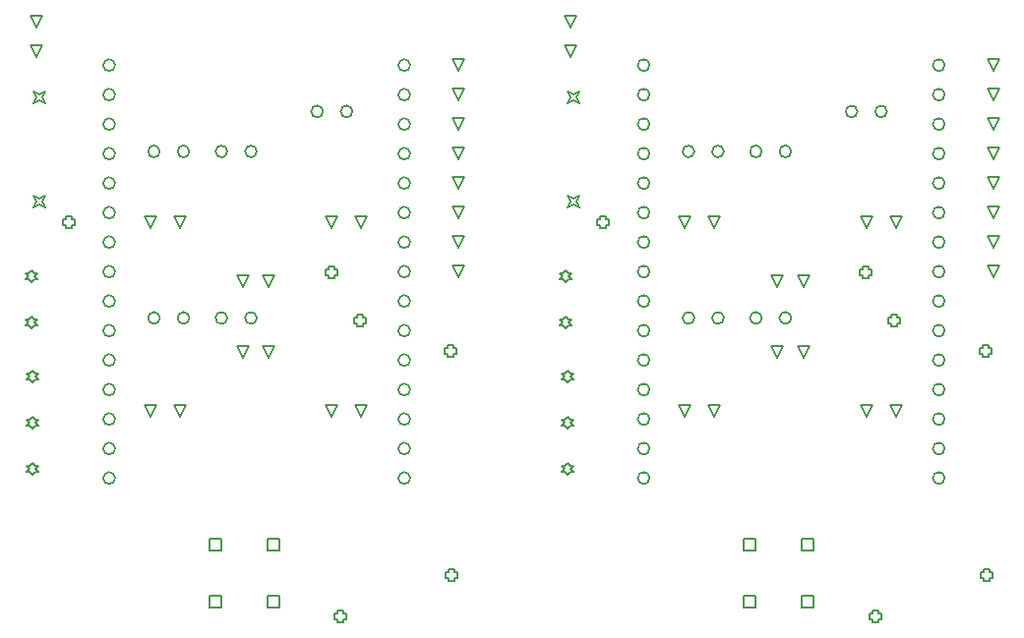
<source format=gbr>
G04*
G04 #@! TF.GenerationSoftware,Altium Limited,Altium Designer,25.4.2 (15)*
G04*
G04 Layer_Color=2752767*
%FSLAX44Y44*%
%MOMM*%
G71*
G04*
G04 #@! TF.SameCoordinates,9E434B86-177F-4C43-98DC-E9B8BA562479*
G04*
G04*
G04 #@! TF.FilePolarity,Positive*
G04*
G01*
G75*
%ADD52C,0.1693*%
%ADD53C,0.1270*%
D52*
X1755548Y702226D02*
G03*
X1755548Y702226I-5080J0D01*
G01*
X1730148D02*
G03*
X1730148Y702226I-5080J0D01*
G01*
X1697498D02*
G03*
X1697498Y702226I-5080J0D01*
G01*
X1672098D02*
G03*
X1672098Y702226I-5080J0D01*
G01*
X1755548Y558826D02*
G03*
X1755548Y558826I-5080J0D01*
G01*
X1730148D02*
G03*
X1730148Y558826I-5080J0D01*
G01*
X1697498D02*
G03*
X1697498Y558826I-5080J0D01*
G01*
X1672098D02*
G03*
X1672098Y558826I-5080J0D01*
G01*
X1837898Y736626D02*
G03*
X1837898Y736626I-5080J0D01*
G01*
X1812498D02*
G03*
X1812498Y736626I-5080J0D01*
G01*
X1633548Y420926D02*
G03*
X1633548Y420926I-5080J0D01*
G01*
Y446326D02*
G03*
X1633548Y446326I-5080J0D01*
G01*
Y471726D02*
G03*
X1633548Y471726I-5080J0D01*
G01*
Y522526D02*
G03*
X1633548Y522526I-5080J0D01*
G01*
Y547926D02*
G03*
X1633548Y547926I-5080J0D01*
G01*
Y573326D02*
G03*
X1633548Y573326I-5080J0D01*
G01*
Y598726D02*
G03*
X1633548Y598726I-5080J0D01*
G01*
Y624126D02*
G03*
X1633548Y624126I-5080J0D01*
G01*
Y649526D02*
G03*
X1633548Y649526I-5080J0D01*
G01*
Y674926D02*
G03*
X1633548Y674926I-5080J0D01*
G01*
Y700326D02*
G03*
X1633548Y700326I-5080J0D01*
G01*
Y725726D02*
G03*
X1633548Y725726I-5080J0D01*
G01*
Y751126D02*
G03*
X1633548Y751126I-5080J0D01*
G01*
Y776526D02*
G03*
X1633548Y776526I-5080J0D01*
G01*
Y497126D02*
G03*
X1633548Y497126I-5080J0D01*
G01*
X1887548Y446326D02*
G03*
X1887548Y446326I-5080J0D01*
G01*
Y420926D02*
G03*
X1887548Y420926I-5080J0D01*
G01*
Y471726D02*
G03*
X1887548Y471726I-5080J0D01*
G01*
Y497126D02*
G03*
X1887548Y497126I-5080J0D01*
G01*
Y522526D02*
G03*
X1887548Y522526I-5080J0D01*
G01*
Y547926D02*
G03*
X1887548Y547926I-5080J0D01*
G01*
Y573326D02*
G03*
X1887548Y573326I-5080J0D01*
G01*
Y598726D02*
G03*
X1887548Y598726I-5080J0D01*
G01*
Y624126D02*
G03*
X1887548Y624126I-5080J0D01*
G01*
Y649526D02*
G03*
X1887548Y649526I-5080J0D01*
G01*
Y674926D02*
G03*
X1887548Y674926I-5080J0D01*
G01*
Y700326D02*
G03*
X1887548Y700326I-5080J0D01*
G01*
Y725726D02*
G03*
X1887548Y725726I-5080J0D01*
G01*
Y751126D02*
G03*
X1887548Y751126I-5080J0D01*
G01*
Y776526D02*
G03*
X1887548Y776526I-5080J0D01*
G01*
X2215608Y702226D02*
G03*
X2215608Y702226I-5080J0D01*
G01*
X2190208D02*
G03*
X2190208Y702226I-5080J0D01*
G01*
X2157558D02*
G03*
X2157558Y702226I-5080J0D01*
G01*
X2132158D02*
G03*
X2132158Y702226I-5080J0D01*
G01*
X2215608Y558826D02*
G03*
X2215608Y558826I-5080J0D01*
G01*
X2190208D02*
G03*
X2190208Y558826I-5080J0D01*
G01*
X2157558D02*
G03*
X2157558Y558826I-5080J0D01*
G01*
X2132158D02*
G03*
X2132158Y558826I-5080J0D01*
G01*
X2297958Y736626D02*
G03*
X2297958Y736626I-5080J0D01*
G01*
X2272558D02*
G03*
X2272558Y736626I-5080J0D01*
G01*
X2093608Y420926D02*
G03*
X2093608Y420926I-5080J0D01*
G01*
Y446326D02*
G03*
X2093608Y446326I-5080J0D01*
G01*
Y471726D02*
G03*
X2093608Y471726I-5080J0D01*
G01*
Y522526D02*
G03*
X2093608Y522526I-5080J0D01*
G01*
Y547926D02*
G03*
X2093608Y547926I-5080J0D01*
G01*
Y573326D02*
G03*
X2093608Y573326I-5080J0D01*
G01*
Y598726D02*
G03*
X2093608Y598726I-5080J0D01*
G01*
Y624126D02*
G03*
X2093608Y624126I-5080J0D01*
G01*
Y649526D02*
G03*
X2093608Y649526I-5080J0D01*
G01*
Y674926D02*
G03*
X2093608Y674926I-5080J0D01*
G01*
Y700326D02*
G03*
X2093608Y700326I-5080J0D01*
G01*
Y725726D02*
G03*
X2093608Y725726I-5080J0D01*
G01*
Y751126D02*
G03*
X2093608Y751126I-5080J0D01*
G01*
Y776526D02*
G03*
X2093608Y776526I-5080J0D01*
G01*
Y497126D02*
G03*
X2093608Y497126I-5080J0D01*
G01*
X2347608Y446326D02*
G03*
X2347608Y446326I-5080J0D01*
G01*
Y420926D02*
G03*
X2347608Y420926I-5080J0D01*
G01*
Y471726D02*
G03*
X2347608Y471726I-5080J0D01*
G01*
Y497126D02*
G03*
X2347608Y497126I-5080J0D01*
G01*
Y522526D02*
G03*
X2347608Y522526I-5080J0D01*
G01*
Y547926D02*
G03*
X2347608Y547926I-5080J0D01*
G01*
Y573326D02*
G03*
X2347608Y573326I-5080J0D01*
G01*
Y598726D02*
G03*
X2347608Y598726I-5080J0D01*
G01*
Y624126D02*
G03*
X2347608Y624126I-5080J0D01*
G01*
Y649526D02*
G03*
X2347608Y649526I-5080J0D01*
G01*
Y674926D02*
G03*
X2347608Y674926I-5080J0D01*
G01*
Y700326D02*
G03*
X2347608Y700326I-5080J0D01*
G01*
Y725726D02*
G03*
X2347608Y725726I-5080J0D01*
G01*
Y751126D02*
G03*
X2347608Y751126I-5080J0D01*
G01*
Y776526D02*
G03*
X2347608Y776526I-5080J0D01*
G01*
D53*
X1764638Y309646D02*
Y319806D01*
X1774798D01*
Y309646D01*
X1764638D01*
X1714638D02*
Y319806D01*
X1724798D01*
Y309646D01*
X1714638D01*
X1764638Y358896D02*
Y369056D01*
X1774798D01*
Y358896D01*
X1764638D01*
X1714638D02*
Y369056D01*
X1724798D01*
Y358896D01*
X1714638D01*
X1743218Y585696D02*
X1738138Y595856D01*
X1748298D01*
X1743218Y585696D01*
Y524146D02*
X1738138Y534306D01*
X1748298D01*
X1743218Y524146D01*
X1929468Y593646D02*
X1924388Y603806D01*
X1934548D01*
X1929468Y593646D01*
Y619046D02*
X1924388Y629206D01*
X1934548D01*
X1929468Y619046D01*
Y644446D02*
X1924388Y654606D01*
X1934548D01*
X1929468Y644446D01*
Y669846D02*
X1924388Y680006D01*
X1934548D01*
X1929468Y669846D01*
Y695246D02*
X1924388Y705406D01*
X1934548D01*
X1929468Y695246D01*
Y720646D02*
X1924388Y730806D01*
X1934548D01*
X1929468Y720646D01*
Y746046D02*
X1924388Y756206D01*
X1934548D01*
X1929468Y746046D01*
Y771446D02*
X1924388Y781606D01*
X1934548D01*
X1929468Y771446D01*
X1663718Y636206D02*
X1658638Y646366D01*
X1668798D01*
X1663718Y636206D01*
X1689118D02*
X1684038Y646366D01*
X1694198D01*
X1689118Y636206D01*
X1765968Y524146D02*
X1760888Y534306D01*
X1771048D01*
X1765968Y524146D01*
Y585696D02*
X1760888Y595856D01*
X1771048D01*
X1765968Y585696D01*
X1845468Y473646D02*
X1840388Y483806D01*
X1850548D01*
X1845468Y473646D01*
X1820068D02*
X1814988Y483806D01*
X1825148D01*
X1820068Y473646D01*
Y636206D02*
X1814988Y646366D01*
X1825148D01*
X1820068Y636206D01*
X1845468D02*
X1840388Y646366D01*
X1850548D01*
X1845468Y636206D01*
X1689118Y473646D02*
X1684038Y483806D01*
X1694198D01*
X1689118Y473646D01*
X1663718D02*
X1658638Y483806D01*
X1668798D01*
X1663718Y473646D01*
X1562718Y502996D02*
X1565258Y505536D01*
X1567798D01*
X1565258Y508076D01*
X1567798Y510616D01*
X1565258D01*
X1562718Y513156D01*
X1560178Y510616D01*
X1557638D01*
X1560178Y508076D01*
X1557638Y505536D01*
X1560178D01*
X1562718Y502996D01*
Y463396D02*
X1565258Y465936D01*
X1567798D01*
X1565258Y468476D01*
X1567798Y471016D01*
X1565258D01*
X1562718Y473556D01*
X1560178Y471016D01*
X1557638D01*
X1560178Y468476D01*
X1557638Y465936D01*
X1560178D01*
X1562718Y463396D01*
Y423796D02*
X1565258Y426336D01*
X1567798D01*
X1565258Y428876D01*
X1567798Y431416D01*
X1565258D01*
X1562718Y433956D01*
X1560178Y431416D01*
X1557638D01*
X1560178Y428876D01*
X1557638Y426336D01*
X1560178D01*
X1562718Y423796D01*
X1561218Y589646D02*
X1563758Y592186D01*
X1566298D01*
X1563758Y594726D01*
X1566298Y597266D01*
X1563758D01*
X1561218Y599806D01*
X1558678Y597266D01*
X1556138D01*
X1558678Y594726D01*
X1556138Y592186D01*
X1558678D01*
X1561218Y589646D01*
Y550046D02*
X1563758Y552586D01*
X1566298D01*
X1563758Y555126D01*
X1566298Y557666D01*
X1563758D01*
X1561218Y560206D01*
X1558678Y557666D01*
X1556138D01*
X1558678Y555126D01*
X1556138Y552586D01*
X1558678D01*
X1561218Y550046D01*
X1565718Y808847D02*
X1560638Y819007D01*
X1570798D01*
X1565718Y808847D01*
Y783446D02*
X1560638Y793606D01*
X1570798D01*
X1565718Y783446D01*
X1563138Y653896D02*
X1565678Y658976D01*
X1563138Y664056D01*
X1568218Y661516D01*
X1573298Y664056D01*
X1570758Y658976D01*
X1573298Y653896D01*
X1568218Y656436D01*
X1563138Y653896D01*
Y743896D02*
X1565678Y748976D01*
X1563138Y754056D01*
X1568218Y751516D01*
X1573298Y754056D01*
X1570758Y748976D01*
X1573298Y743896D01*
X1568218Y746436D01*
X1563138Y743896D01*
X1591178Y639186D02*
Y636646D01*
X1596258D01*
Y639186D01*
X1598798D01*
Y644266D01*
X1596258D01*
Y646806D01*
X1591178D01*
Y644266D01*
X1588638D01*
Y639186D01*
X1591178D01*
X1841928Y554186D02*
Y551646D01*
X1847008D01*
Y554186D01*
X1849548D01*
Y559266D01*
X1847008D01*
Y561806D01*
X1841928D01*
Y559266D01*
X1839388D01*
Y554186D01*
X1841928D01*
X1920928Y334686D02*
Y332146D01*
X1926008D01*
Y334686D01*
X1928548D01*
Y339766D01*
X1926008D01*
Y342306D01*
X1920928D01*
Y339766D01*
X1918388D01*
Y334686D01*
X1920928D01*
X1816928Y595186D02*
Y592646D01*
X1822008D01*
Y595186D01*
X1824548D01*
Y600266D01*
X1822008D01*
Y602806D01*
X1816928D01*
Y600266D01*
X1814388D01*
Y595186D01*
X1816928D01*
X1825178Y299436D02*
Y296896D01*
X1830258D01*
Y299436D01*
X1832798D01*
Y304516D01*
X1830258D01*
Y307056D01*
X1825178D01*
Y304516D01*
X1822638D01*
Y299436D01*
X1825178D01*
X1920054Y527766D02*
Y525226D01*
X1925134D01*
Y527766D01*
X1927674D01*
Y532846D01*
X1925134D01*
Y535386D01*
X1920054D01*
Y532846D01*
X1917514D01*
Y527766D01*
X1920054D01*
X2224698Y309646D02*
Y319806D01*
X2234858D01*
Y309646D01*
X2224698D01*
X2174698D02*
Y319806D01*
X2184858D01*
Y309646D01*
X2174698D01*
X2224698Y358896D02*
Y369056D01*
X2234858D01*
Y358896D01*
X2224698D01*
X2174698D02*
Y369056D01*
X2184858D01*
Y358896D01*
X2174698D01*
X2203278Y585696D02*
X2198198Y595856D01*
X2208358D01*
X2203278Y585696D01*
Y524146D02*
X2198198Y534306D01*
X2208358D01*
X2203278Y524146D01*
X2389528Y593646D02*
X2384448Y603806D01*
X2394608D01*
X2389528Y593646D01*
Y619046D02*
X2384448Y629206D01*
X2394608D01*
X2389528Y619046D01*
Y644446D02*
X2384448Y654606D01*
X2394608D01*
X2389528Y644446D01*
Y669846D02*
X2384448Y680006D01*
X2394608D01*
X2389528Y669846D01*
Y695246D02*
X2384448Y705406D01*
X2394608D01*
X2389528Y695246D01*
Y720646D02*
X2384448Y730806D01*
X2394608D01*
X2389528Y720646D01*
Y746046D02*
X2384448Y756206D01*
X2394608D01*
X2389528Y746046D01*
Y771446D02*
X2384448Y781606D01*
X2394608D01*
X2389528Y771446D01*
X2123778Y636206D02*
X2118698Y646366D01*
X2128858D01*
X2123778Y636206D01*
X2149178D02*
X2144098Y646366D01*
X2154258D01*
X2149178Y636206D01*
X2226028Y524146D02*
X2220948Y534306D01*
X2231108D01*
X2226028Y524146D01*
Y585696D02*
X2220948Y595856D01*
X2231108D01*
X2226028Y585696D01*
X2305528Y473646D02*
X2300448Y483806D01*
X2310608D01*
X2305528Y473646D01*
X2280128D02*
X2275048Y483806D01*
X2285208D01*
X2280128Y473646D01*
Y636206D02*
X2275048Y646366D01*
X2285208D01*
X2280128Y636206D01*
X2305528D02*
X2300448Y646366D01*
X2310608D01*
X2305528Y636206D01*
X2149178Y473646D02*
X2144098Y483806D01*
X2154258D01*
X2149178Y473646D01*
X2123778D02*
X2118698Y483806D01*
X2128858D01*
X2123778Y473646D01*
X2022778Y502996D02*
X2025318Y505536D01*
X2027858D01*
X2025318Y508076D01*
X2027858Y510616D01*
X2025318D01*
X2022778Y513156D01*
X2020238Y510616D01*
X2017698D01*
X2020238Y508076D01*
X2017698Y505536D01*
X2020238D01*
X2022778Y502996D01*
Y463396D02*
X2025318Y465936D01*
X2027858D01*
X2025318Y468476D01*
X2027858Y471016D01*
X2025318D01*
X2022778Y473556D01*
X2020238Y471016D01*
X2017698D01*
X2020238Y468476D01*
X2017698Y465936D01*
X2020238D01*
X2022778Y463396D01*
Y423796D02*
X2025318Y426336D01*
X2027858D01*
X2025318Y428876D01*
X2027858Y431416D01*
X2025318D01*
X2022778Y433956D01*
X2020238Y431416D01*
X2017698D01*
X2020238Y428876D01*
X2017698Y426336D01*
X2020238D01*
X2022778Y423796D01*
X2021278Y589646D02*
X2023818Y592186D01*
X2026358D01*
X2023818Y594726D01*
X2026358Y597266D01*
X2023818D01*
X2021278Y599806D01*
X2018738Y597266D01*
X2016198D01*
X2018738Y594726D01*
X2016198Y592186D01*
X2018738D01*
X2021278Y589646D01*
Y550046D02*
X2023818Y552586D01*
X2026358D01*
X2023818Y555126D01*
X2026358Y557666D01*
X2023818D01*
X2021278Y560206D01*
X2018738Y557666D01*
X2016198D01*
X2018738Y555126D01*
X2016198Y552586D01*
X2018738D01*
X2021278Y550046D01*
X2025778Y808847D02*
X2020698Y819007D01*
X2030858D01*
X2025778Y808847D01*
Y783446D02*
X2020698Y793606D01*
X2030858D01*
X2025778Y783446D01*
X2023198Y653896D02*
X2025738Y658976D01*
X2023198Y664056D01*
X2028278Y661516D01*
X2033358Y664056D01*
X2030818Y658976D01*
X2033358Y653896D01*
X2028278Y656436D01*
X2023198Y653896D01*
Y743896D02*
X2025738Y748976D01*
X2023198Y754056D01*
X2028278Y751516D01*
X2033358Y754056D01*
X2030818Y748976D01*
X2033358Y743896D01*
X2028278Y746436D01*
X2023198Y743896D01*
X2051238Y639186D02*
Y636646D01*
X2056318D01*
Y639186D01*
X2058858D01*
Y644266D01*
X2056318D01*
Y646806D01*
X2051238D01*
Y644266D01*
X2048698D01*
Y639186D01*
X2051238D01*
X2301988Y554186D02*
Y551646D01*
X2307068D01*
Y554186D01*
X2309608D01*
Y559266D01*
X2307068D01*
Y561806D01*
X2301988D01*
Y559266D01*
X2299448D01*
Y554186D01*
X2301988D01*
X2380988Y334686D02*
Y332146D01*
X2386068D01*
Y334686D01*
X2388608D01*
Y339766D01*
X2386068D01*
Y342306D01*
X2380988D01*
Y339766D01*
X2378448D01*
Y334686D01*
X2380988D01*
X2276988Y595186D02*
Y592646D01*
X2282068D01*
Y595186D01*
X2284608D01*
Y600266D01*
X2282068D01*
Y602806D01*
X2276988D01*
Y600266D01*
X2274448D01*
Y595186D01*
X2276988D01*
X2285238Y299436D02*
Y296896D01*
X2290318D01*
Y299436D01*
X2292858D01*
Y304516D01*
X2290318D01*
Y307056D01*
X2285238D01*
Y304516D01*
X2282698D01*
Y299436D01*
X2285238D01*
X2380114Y527766D02*
Y525226D01*
X2385194D01*
Y527766D01*
X2387734D01*
Y532846D01*
X2385194D01*
Y535386D01*
X2380114D01*
Y532846D01*
X2377574D01*
Y527766D01*
X2380114D01*
M02*

</source>
